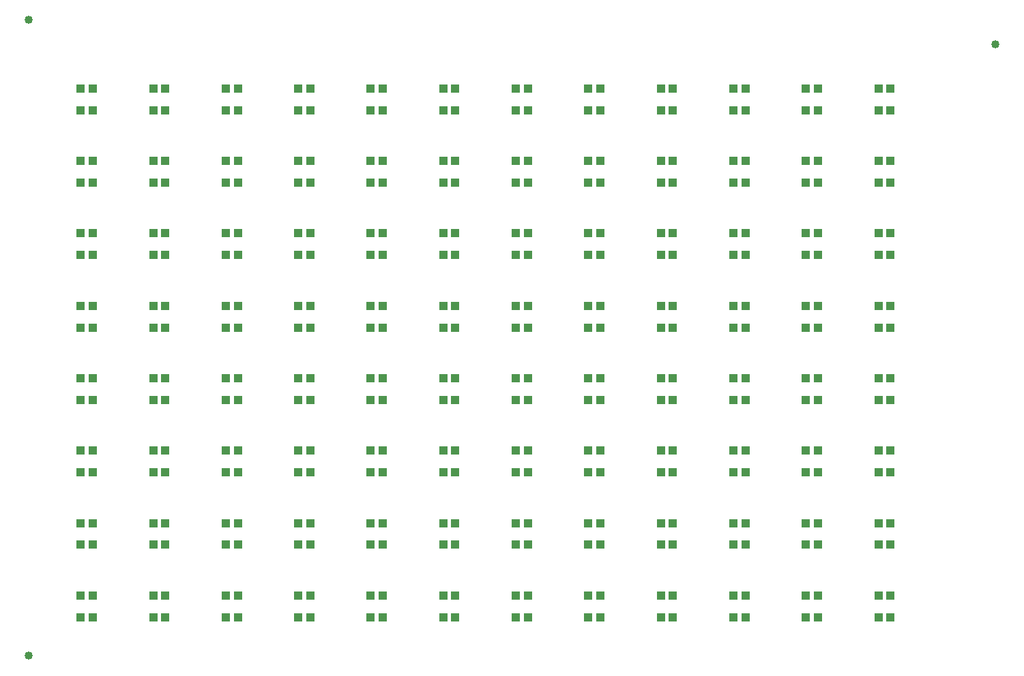
<source format=gtp>
G75*
%MOIN*%
%OFA0B0*%
%FSLAX25Y25*%
%IPPOS*%
%LPD*%
%AMOC8*
5,1,8,0,0,1.08239X$1,22.5*
%
%ADD10R,0.03937X0.03937*%
%ADD11C,0.04000*%
D10*
X0144170Y0115406D03*
X0150076Y0115406D03*
X0150076Y0126036D03*
X0144170Y0126036D03*
X0179603Y0126036D03*
X0185509Y0126036D03*
X0185509Y0115406D03*
X0179603Y0115406D03*
X0215036Y0115406D03*
X0220942Y0115406D03*
X0220942Y0126036D03*
X0215036Y0126036D03*
X0250469Y0126036D03*
X0256375Y0126036D03*
X0256375Y0115406D03*
X0250469Y0115406D03*
X0285902Y0115406D03*
X0291808Y0115406D03*
X0291808Y0126036D03*
X0285902Y0126036D03*
X0321335Y0126036D03*
X0327241Y0126036D03*
X0327241Y0115406D03*
X0321335Y0115406D03*
X0356769Y0115406D03*
X0362674Y0115406D03*
X0362674Y0126036D03*
X0356769Y0126036D03*
X0392202Y0126036D03*
X0398107Y0126036D03*
X0398107Y0115406D03*
X0392202Y0115406D03*
X0427635Y0115406D03*
X0433540Y0115406D03*
X0433540Y0126036D03*
X0427635Y0126036D03*
X0463068Y0126036D03*
X0468973Y0126036D03*
X0468973Y0115406D03*
X0463068Y0115406D03*
X0498501Y0115406D03*
X0504406Y0115406D03*
X0504406Y0126036D03*
X0498501Y0126036D03*
X0533934Y0126036D03*
X0539839Y0126036D03*
X0539839Y0115406D03*
X0533934Y0115406D03*
X0533934Y0150839D03*
X0539839Y0150839D03*
X0539839Y0161469D03*
X0533934Y0161469D03*
X0504406Y0161469D03*
X0498501Y0161469D03*
X0498501Y0150839D03*
X0504406Y0150839D03*
X0468973Y0150839D03*
X0463068Y0150839D03*
X0463068Y0161469D03*
X0468973Y0161469D03*
X0468973Y0186272D03*
X0463068Y0186272D03*
X0463068Y0196902D03*
X0468973Y0196902D03*
X0498501Y0196902D03*
X0504406Y0196902D03*
X0504406Y0186272D03*
X0498501Y0186272D03*
X0533934Y0186272D03*
X0539839Y0186272D03*
X0539839Y0196902D03*
X0533934Y0196902D03*
X0533934Y0221706D03*
X0539839Y0221706D03*
X0539839Y0232335D03*
X0533934Y0232335D03*
X0504406Y0232335D03*
X0498501Y0232335D03*
X0498501Y0221706D03*
X0504406Y0221706D03*
X0468973Y0221706D03*
X0463068Y0221706D03*
X0463068Y0232335D03*
X0468973Y0232335D03*
X0433540Y0232335D03*
X0427635Y0232335D03*
X0427635Y0221706D03*
X0433540Y0221706D03*
X0433540Y0196902D03*
X0427635Y0196902D03*
X0427635Y0186272D03*
X0433540Y0186272D03*
X0433540Y0161469D03*
X0427635Y0161469D03*
X0427635Y0150839D03*
X0433540Y0150839D03*
X0398107Y0150839D03*
X0392202Y0150839D03*
X0392202Y0161469D03*
X0398107Y0161469D03*
X0398107Y0186272D03*
X0392202Y0186272D03*
X0392202Y0196902D03*
X0398107Y0196902D03*
X0398107Y0221706D03*
X0392202Y0221706D03*
X0392202Y0232335D03*
X0398107Y0232335D03*
X0362674Y0232335D03*
X0356769Y0232335D03*
X0356769Y0221706D03*
X0362674Y0221706D03*
X0362674Y0196902D03*
X0356769Y0196902D03*
X0356769Y0186272D03*
X0362674Y0186272D03*
X0362674Y0161469D03*
X0356769Y0161469D03*
X0356769Y0150839D03*
X0362674Y0150839D03*
X0327241Y0150839D03*
X0321335Y0150839D03*
X0321335Y0161469D03*
X0327241Y0161469D03*
X0327241Y0186272D03*
X0321335Y0186272D03*
X0321335Y0196902D03*
X0327241Y0196902D03*
X0327241Y0221706D03*
X0321335Y0221706D03*
X0321335Y0232335D03*
X0327241Y0232335D03*
X0291808Y0232335D03*
X0285902Y0232335D03*
X0285902Y0221706D03*
X0291808Y0221706D03*
X0291808Y0196902D03*
X0285902Y0196902D03*
X0285902Y0186272D03*
X0291808Y0186272D03*
X0291808Y0161469D03*
X0285902Y0161469D03*
X0285902Y0150839D03*
X0291808Y0150839D03*
X0256375Y0150839D03*
X0250469Y0150839D03*
X0250469Y0161469D03*
X0256375Y0161469D03*
X0256375Y0186272D03*
X0250469Y0186272D03*
X0250469Y0196902D03*
X0256375Y0196902D03*
X0256375Y0221706D03*
X0250469Y0221706D03*
X0250469Y0232335D03*
X0256375Y0232335D03*
X0220942Y0232335D03*
X0215036Y0232335D03*
X0215036Y0221706D03*
X0220942Y0221706D03*
X0220942Y0196902D03*
X0215036Y0196902D03*
X0215036Y0186272D03*
X0220942Y0186272D03*
X0220942Y0161469D03*
X0215036Y0161469D03*
X0215036Y0150839D03*
X0220942Y0150839D03*
X0185509Y0150839D03*
X0179603Y0150839D03*
X0179603Y0161469D03*
X0185509Y0161469D03*
X0185509Y0186272D03*
X0179603Y0186272D03*
X0179603Y0196902D03*
X0185509Y0196902D03*
X0185509Y0221706D03*
X0179603Y0221706D03*
X0179603Y0232335D03*
X0185509Y0232335D03*
X0150076Y0232335D03*
X0144170Y0232335D03*
X0144170Y0221706D03*
X0150076Y0221706D03*
X0150076Y0196902D03*
X0144170Y0196902D03*
X0144170Y0186272D03*
X0150076Y0186272D03*
X0150076Y0161469D03*
X0144170Y0161469D03*
X0144170Y0150839D03*
X0150076Y0150839D03*
X0150076Y0257139D03*
X0144170Y0257139D03*
X0144170Y0267769D03*
X0150076Y0267769D03*
X0179603Y0267769D03*
X0185509Y0267769D03*
X0185509Y0257139D03*
X0179603Y0257139D03*
X0215036Y0257139D03*
X0220942Y0257139D03*
X0220942Y0267769D03*
X0215036Y0267769D03*
X0250469Y0267769D03*
X0256375Y0267769D03*
X0256375Y0257139D03*
X0250469Y0257139D03*
X0285902Y0257139D03*
X0291808Y0257139D03*
X0291808Y0267769D03*
X0285902Y0267769D03*
X0321335Y0267769D03*
X0327241Y0267769D03*
X0327241Y0257139D03*
X0321335Y0257139D03*
X0356769Y0257139D03*
X0362674Y0257139D03*
X0362674Y0267769D03*
X0356769Y0267769D03*
X0392202Y0267769D03*
X0398107Y0267769D03*
X0398107Y0257139D03*
X0392202Y0257139D03*
X0427635Y0257139D03*
X0433540Y0257139D03*
X0433540Y0267769D03*
X0427635Y0267769D03*
X0463068Y0267769D03*
X0468973Y0267769D03*
X0468973Y0257139D03*
X0463068Y0257139D03*
X0498501Y0257139D03*
X0504406Y0257139D03*
X0504406Y0267769D03*
X0498501Y0267769D03*
X0533934Y0267769D03*
X0539839Y0267769D03*
X0539839Y0257139D03*
X0533934Y0257139D03*
X0533934Y0292572D03*
X0539839Y0292572D03*
X0539839Y0303202D03*
X0533934Y0303202D03*
X0504406Y0303202D03*
X0498501Y0303202D03*
X0498501Y0292572D03*
X0504406Y0292572D03*
X0468973Y0292572D03*
X0463068Y0292572D03*
X0463068Y0303202D03*
X0468973Y0303202D03*
X0468973Y0328005D03*
X0463068Y0328005D03*
X0463068Y0338635D03*
X0468973Y0338635D03*
X0498501Y0338635D03*
X0504406Y0338635D03*
X0504406Y0328005D03*
X0498501Y0328005D03*
X0533934Y0328005D03*
X0539839Y0328005D03*
X0539839Y0338635D03*
X0533934Y0338635D03*
X0533934Y0363438D03*
X0539839Y0363438D03*
X0539839Y0374068D03*
X0533934Y0374068D03*
X0504406Y0374068D03*
X0498501Y0374068D03*
X0498501Y0363438D03*
X0504406Y0363438D03*
X0468973Y0363438D03*
X0463068Y0363438D03*
X0463068Y0374068D03*
X0468973Y0374068D03*
X0433540Y0374068D03*
X0427635Y0374068D03*
X0427635Y0363438D03*
X0433540Y0363438D03*
X0433540Y0338635D03*
X0427635Y0338635D03*
X0427635Y0328005D03*
X0433540Y0328005D03*
X0433540Y0303202D03*
X0427635Y0303202D03*
X0427635Y0292572D03*
X0433540Y0292572D03*
X0398107Y0292572D03*
X0392202Y0292572D03*
X0392202Y0303202D03*
X0398107Y0303202D03*
X0398107Y0328005D03*
X0392202Y0328005D03*
X0392202Y0338635D03*
X0398107Y0338635D03*
X0398107Y0363438D03*
X0392202Y0363438D03*
X0392202Y0374068D03*
X0398107Y0374068D03*
X0362674Y0374068D03*
X0356769Y0374068D03*
X0356769Y0363438D03*
X0362674Y0363438D03*
X0362674Y0338635D03*
X0356769Y0338635D03*
X0356769Y0328005D03*
X0362674Y0328005D03*
X0362674Y0303202D03*
X0356769Y0303202D03*
X0356769Y0292572D03*
X0362674Y0292572D03*
X0327241Y0292572D03*
X0321335Y0292572D03*
X0321335Y0303202D03*
X0327241Y0303202D03*
X0327241Y0328005D03*
X0321335Y0328005D03*
X0321335Y0338635D03*
X0327241Y0338635D03*
X0327241Y0363438D03*
X0321335Y0363438D03*
X0321335Y0374068D03*
X0327241Y0374068D03*
X0291808Y0374068D03*
X0285902Y0374068D03*
X0285902Y0363438D03*
X0291808Y0363438D03*
X0291808Y0338635D03*
X0285902Y0338635D03*
X0285902Y0328005D03*
X0291808Y0328005D03*
X0291808Y0303202D03*
X0285902Y0303202D03*
X0285902Y0292572D03*
X0291808Y0292572D03*
X0256375Y0292572D03*
X0250469Y0292572D03*
X0250469Y0303202D03*
X0256375Y0303202D03*
X0256375Y0328005D03*
X0250469Y0328005D03*
X0250469Y0338635D03*
X0256375Y0338635D03*
X0256375Y0363438D03*
X0250469Y0363438D03*
X0250469Y0374068D03*
X0256375Y0374068D03*
X0220942Y0374068D03*
X0215036Y0374068D03*
X0215036Y0363438D03*
X0220942Y0363438D03*
X0220942Y0338635D03*
X0215036Y0338635D03*
X0215036Y0328005D03*
X0220942Y0328005D03*
X0220942Y0303202D03*
X0215036Y0303202D03*
X0215036Y0292572D03*
X0220942Y0292572D03*
X0185509Y0292572D03*
X0179603Y0292572D03*
X0179603Y0303202D03*
X0185509Y0303202D03*
X0185509Y0328005D03*
X0179603Y0328005D03*
X0179603Y0338635D03*
X0185509Y0338635D03*
X0185509Y0363438D03*
X0179603Y0363438D03*
X0179603Y0374068D03*
X0185509Y0374068D03*
X0150076Y0374068D03*
X0144170Y0374068D03*
X0144170Y0363438D03*
X0150076Y0363438D03*
X0150076Y0338635D03*
X0144170Y0338635D03*
X0144170Y0328005D03*
X0150076Y0328005D03*
X0150076Y0303202D03*
X0144170Y0303202D03*
X0144170Y0292572D03*
X0150076Y0292572D03*
D11*
X0118658Y0096548D03*
X0118658Y0407572D03*
X0591099Y0395761D03*
M02*

</source>
